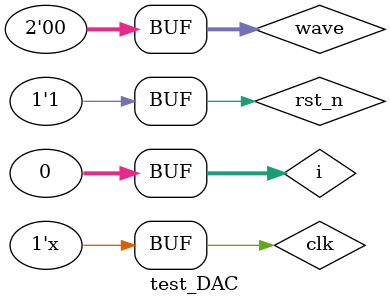
<source format=v>
`timescale 1ns / 1ps


module test_DAC;

	// Inputs

reg clk;

reg rst_n;

reg [1:0] wave;

reg [11:0] k;

reg [11:0] phase;

// Outputs

wire [7:0] dds_data;

// Instantiate the Unit Under Test (UUT)

DAC_Top uut (

.clk(clk),

.rst_n(rst_n),

.wave(wave),

.sclk(sclk),

.sync(sync),

.din(din)

);

always #1 clk = ~clk;

integer i;

initial begin

// Initialize Inputs

clk = 0;

rst_n = 0;

wave = 0;

i = 0;



// Wait 100 ns for global reset to finish

#100 rst_n = 1;
end

endmodule
</source>
